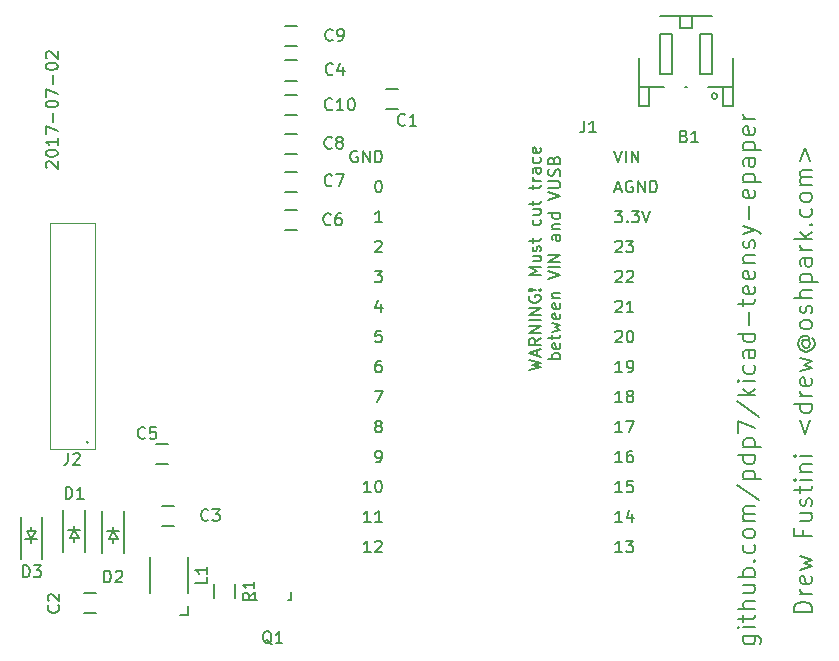
<source format=gto>
G04 #@! TF.FileFunction,Legend,Top*
%FSLAX46Y46*%
G04 Gerber Fmt 4.6, Leading zero omitted, Abs format (unit mm)*
G04 Created by KiCad (PCBNEW 4.0.6) date Wed Aug 30 21:06:07 2017*
%MOMM*%
%LPD*%
G01*
G04 APERTURE LIST*
%ADD10C,0.100000*%
%ADD11C,0.152400*%
%ADD12C,0.150000*%
%ADD13C,0.040640*%
G04 APERTURE END LIST*
D10*
D11*
X117437539Y-63480635D02*
X118453539Y-63238730D01*
X117727825Y-63045207D01*
X118453539Y-62851683D01*
X117437539Y-62609778D01*
X118163253Y-62271111D02*
X118163253Y-61787302D01*
X118453539Y-62367873D02*
X117437539Y-62029206D01*
X118453539Y-61690540D01*
X118453539Y-60771302D02*
X117969730Y-61109968D01*
X118453539Y-61351873D02*
X117437539Y-61351873D01*
X117437539Y-60964826D01*
X117485920Y-60868064D01*
X117534301Y-60819683D01*
X117631063Y-60771302D01*
X117776206Y-60771302D01*
X117872968Y-60819683D01*
X117921349Y-60868064D01*
X117969730Y-60964826D01*
X117969730Y-61351873D01*
X118453539Y-60335873D02*
X117437539Y-60335873D01*
X118453539Y-59755302D01*
X117437539Y-59755302D01*
X118453539Y-59271492D02*
X117437539Y-59271492D01*
X118453539Y-58787682D02*
X117437539Y-58787682D01*
X118453539Y-58207111D01*
X117437539Y-58207111D01*
X117485920Y-57191111D02*
X117437539Y-57287873D01*
X117437539Y-57433016D01*
X117485920Y-57578158D01*
X117582682Y-57674920D01*
X117679444Y-57723301D01*
X117872968Y-57771682D01*
X118018110Y-57771682D01*
X118211634Y-57723301D01*
X118308396Y-57674920D01*
X118405158Y-57578158D01*
X118453539Y-57433016D01*
X118453539Y-57336254D01*
X118405158Y-57191111D01*
X118356777Y-57142730D01*
X118018110Y-57142730D01*
X118018110Y-57336254D01*
X118356777Y-56707301D02*
X118405158Y-56658920D01*
X118453539Y-56707301D01*
X118405158Y-56755682D01*
X118356777Y-56707301D01*
X118453539Y-56707301D01*
X118066491Y-56707301D02*
X117485920Y-56755682D01*
X117437539Y-56707301D01*
X117485920Y-56658920D01*
X118066491Y-56707301D01*
X117437539Y-56707301D01*
X118453539Y-55449396D02*
X117437539Y-55449396D01*
X118163253Y-55110730D01*
X117437539Y-54772063D01*
X118453539Y-54772063D01*
X117776206Y-53852825D02*
X118453539Y-53852825D01*
X117776206Y-54288253D02*
X118308396Y-54288253D01*
X118405158Y-54239872D01*
X118453539Y-54143110D01*
X118453539Y-53997968D01*
X118405158Y-53901206D01*
X118356777Y-53852825D01*
X118405158Y-53417396D02*
X118453539Y-53320634D01*
X118453539Y-53127110D01*
X118405158Y-53030349D01*
X118308396Y-52981968D01*
X118260015Y-52981968D01*
X118163253Y-53030349D01*
X118114872Y-53127110D01*
X118114872Y-53272253D01*
X118066491Y-53369015D01*
X117969730Y-53417396D01*
X117921349Y-53417396D01*
X117824587Y-53369015D01*
X117776206Y-53272253D01*
X117776206Y-53127110D01*
X117824587Y-53030349D01*
X117776206Y-52691682D02*
X117776206Y-52304634D01*
X117437539Y-52546539D02*
X118308396Y-52546539D01*
X118405158Y-52498158D01*
X118453539Y-52401396D01*
X118453539Y-52304634D01*
X118405158Y-50756445D02*
X118453539Y-50853207D01*
X118453539Y-51046730D01*
X118405158Y-51143492D01*
X118356777Y-51191873D01*
X118260015Y-51240254D01*
X117969730Y-51240254D01*
X117872968Y-51191873D01*
X117824587Y-51143492D01*
X117776206Y-51046730D01*
X117776206Y-50853207D01*
X117824587Y-50756445D01*
X117776206Y-49885588D02*
X118453539Y-49885588D01*
X117776206Y-50321016D02*
X118308396Y-50321016D01*
X118405158Y-50272635D01*
X118453539Y-50175873D01*
X118453539Y-50030731D01*
X118405158Y-49933969D01*
X118356777Y-49885588D01*
X117776206Y-49546921D02*
X117776206Y-49159873D01*
X117437539Y-49401778D02*
X118308396Y-49401778D01*
X118405158Y-49353397D01*
X118453539Y-49256635D01*
X118453539Y-49159873D01*
X117776206Y-48192255D02*
X117776206Y-47805207D01*
X117437539Y-48047112D02*
X118308396Y-48047112D01*
X118405158Y-47998731D01*
X118453539Y-47901969D01*
X118453539Y-47805207D01*
X118453539Y-47466541D02*
X117776206Y-47466541D01*
X117969730Y-47466541D02*
X117872968Y-47418160D01*
X117824587Y-47369779D01*
X117776206Y-47273017D01*
X117776206Y-47176256D01*
X118453539Y-46402161D02*
X117921349Y-46402161D01*
X117824587Y-46450542D01*
X117776206Y-46547304D01*
X117776206Y-46740827D01*
X117824587Y-46837589D01*
X118405158Y-46402161D02*
X118453539Y-46498923D01*
X118453539Y-46740827D01*
X118405158Y-46837589D01*
X118308396Y-46885970D01*
X118211634Y-46885970D01*
X118114872Y-46837589D01*
X118066491Y-46740827D01*
X118066491Y-46498923D01*
X118018110Y-46402161D01*
X118405158Y-45482923D02*
X118453539Y-45579685D01*
X118453539Y-45773208D01*
X118405158Y-45869970D01*
X118356777Y-45918351D01*
X118260015Y-45966732D01*
X117969730Y-45966732D01*
X117872968Y-45918351D01*
X117824587Y-45869970D01*
X117776206Y-45773208D01*
X117776206Y-45579685D01*
X117824587Y-45482923D01*
X118405158Y-44660447D02*
X118453539Y-44757209D01*
X118453539Y-44950732D01*
X118405158Y-45047494D01*
X118308396Y-45095875D01*
X117921349Y-45095875D01*
X117824587Y-45047494D01*
X117776206Y-44950732D01*
X117776206Y-44757209D01*
X117824587Y-44660447D01*
X117921349Y-44612066D01*
X118018110Y-44612066D01*
X118114872Y-45095875D01*
X120129939Y-62537206D02*
X119113939Y-62537206D01*
X119500987Y-62537206D02*
X119452606Y-62440444D01*
X119452606Y-62246921D01*
X119500987Y-62150159D01*
X119549368Y-62101778D01*
X119646130Y-62053397D01*
X119936415Y-62053397D01*
X120033177Y-62101778D01*
X120081558Y-62150159D01*
X120129939Y-62246921D01*
X120129939Y-62440444D01*
X120081558Y-62537206D01*
X120081558Y-61230921D02*
X120129939Y-61327683D01*
X120129939Y-61521206D01*
X120081558Y-61617968D01*
X119984796Y-61666349D01*
X119597749Y-61666349D01*
X119500987Y-61617968D01*
X119452606Y-61521206D01*
X119452606Y-61327683D01*
X119500987Y-61230921D01*
X119597749Y-61182540D01*
X119694510Y-61182540D01*
X119791272Y-61666349D01*
X119452606Y-60892254D02*
X119452606Y-60505206D01*
X119113939Y-60747111D02*
X119984796Y-60747111D01*
X120081558Y-60698730D01*
X120129939Y-60601968D01*
X120129939Y-60505206D01*
X119452606Y-60263302D02*
X120129939Y-60069778D01*
X119646130Y-59876255D01*
X120129939Y-59682731D01*
X119452606Y-59489207D01*
X120081558Y-58715112D02*
X120129939Y-58811874D01*
X120129939Y-59005397D01*
X120081558Y-59102159D01*
X119984796Y-59150540D01*
X119597749Y-59150540D01*
X119500987Y-59102159D01*
X119452606Y-59005397D01*
X119452606Y-58811874D01*
X119500987Y-58715112D01*
X119597749Y-58666731D01*
X119694510Y-58666731D01*
X119791272Y-59150540D01*
X120081558Y-57844255D02*
X120129939Y-57941017D01*
X120129939Y-58134540D01*
X120081558Y-58231302D01*
X119984796Y-58279683D01*
X119597749Y-58279683D01*
X119500987Y-58231302D01*
X119452606Y-58134540D01*
X119452606Y-57941017D01*
X119500987Y-57844255D01*
X119597749Y-57795874D01*
X119694510Y-57795874D01*
X119791272Y-58279683D01*
X119452606Y-57360445D02*
X120129939Y-57360445D01*
X119549368Y-57360445D02*
X119500987Y-57312064D01*
X119452606Y-57215302D01*
X119452606Y-57070160D01*
X119500987Y-56973398D01*
X119597749Y-56925017D01*
X120129939Y-56925017D01*
X119113939Y-55812255D02*
X120129939Y-55473588D01*
X119113939Y-55134922D01*
X120129939Y-54796255D02*
X119113939Y-54796255D01*
X120129939Y-54312445D02*
X119113939Y-54312445D01*
X120129939Y-53731874D01*
X119113939Y-53731874D01*
X120129939Y-52038541D02*
X119597749Y-52038541D01*
X119500987Y-52086922D01*
X119452606Y-52183684D01*
X119452606Y-52377207D01*
X119500987Y-52473969D01*
X120081558Y-52038541D02*
X120129939Y-52135303D01*
X120129939Y-52377207D01*
X120081558Y-52473969D01*
X119984796Y-52522350D01*
X119888034Y-52522350D01*
X119791272Y-52473969D01*
X119742891Y-52377207D01*
X119742891Y-52135303D01*
X119694510Y-52038541D01*
X119452606Y-51554731D02*
X120129939Y-51554731D01*
X119549368Y-51554731D02*
X119500987Y-51506350D01*
X119452606Y-51409588D01*
X119452606Y-51264446D01*
X119500987Y-51167684D01*
X119597749Y-51119303D01*
X120129939Y-51119303D01*
X120129939Y-50200065D02*
X119113939Y-50200065D01*
X120081558Y-50200065D02*
X120129939Y-50296827D01*
X120129939Y-50490350D01*
X120081558Y-50587112D01*
X120033177Y-50635493D01*
X119936415Y-50683874D01*
X119646130Y-50683874D01*
X119549368Y-50635493D01*
X119500987Y-50587112D01*
X119452606Y-50490350D01*
X119452606Y-50296827D01*
X119500987Y-50200065D01*
X119113939Y-49087303D02*
X120129939Y-48748636D01*
X119113939Y-48409970D01*
X119113939Y-48071303D02*
X119936415Y-48071303D01*
X120033177Y-48022922D01*
X120081558Y-47974541D01*
X120129939Y-47877779D01*
X120129939Y-47684256D01*
X120081558Y-47587494D01*
X120033177Y-47539113D01*
X119936415Y-47490732D01*
X119113939Y-47490732D01*
X120081558Y-47055303D02*
X120129939Y-46910160D01*
X120129939Y-46668256D01*
X120081558Y-46571494D01*
X120033177Y-46523113D01*
X119936415Y-46474732D01*
X119839653Y-46474732D01*
X119742891Y-46523113D01*
X119694510Y-46571494D01*
X119646130Y-46668256D01*
X119597749Y-46861779D01*
X119549368Y-46958541D01*
X119500987Y-47006922D01*
X119404225Y-47055303D01*
X119307463Y-47055303D01*
X119210701Y-47006922D01*
X119162320Y-46958541D01*
X119113939Y-46861779D01*
X119113939Y-46619875D01*
X119162320Y-46474732D01*
X119597749Y-45700637D02*
X119646130Y-45555494D01*
X119694510Y-45507113D01*
X119791272Y-45458732D01*
X119936415Y-45458732D01*
X120033177Y-45507113D01*
X120081558Y-45555494D01*
X120129939Y-45652256D01*
X120129939Y-46039303D01*
X119113939Y-46039303D01*
X119113939Y-45700637D01*
X119162320Y-45603875D01*
X119210701Y-45555494D01*
X119307463Y-45507113D01*
X119404225Y-45507113D01*
X119500987Y-45555494D01*
X119549368Y-45603875D01*
X119597749Y-45700637D01*
X119597749Y-46039303D01*
X135634291Y-85994732D02*
X136848577Y-85994732D01*
X136991434Y-86066161D01*
X137062863Y-86137589D01*
X137134291Y-86280446D01*
X137134291Y-86494732D01*
X137062863Y-86637589D01*
X136562863Y-85994732D02*
X136634291Y-86137589D01*
X136634291Y-86423303D01*
X136562863Y-86566161D01*
X136491434Y-86637589D01*
X136348577Y-86709018D01*
X135920006Y-86709018D01*
X135777149Y-86637589D01*
X135705720Y-86566161D01*
X135634291Y-86423303D01*
X135634291Y-86137589D01*
X135705720Y-85994732D01*
X136634291Y-85280446D02*
X135634291Y-85280446D01*
X135134291Y-85280446D02*
X135205720Y-85351875D01*
X135277149Y-85280446D01*
X135205720Y-85209018D01*
X135134291Y-85280446D01*
X135277149Y-85280446D01*
X135634291Y-84780446D02*
X135634291Y-84209017D01*
X135134291Y-84566160D02*
X136420006Y-84566160D01*
X136562863Y-84494732D01*
X136634291Y-84351874D01*
X136634291Y-84209017D01*
X136634291Y-83709017D02*
X135134291Y-83709017D01*
X136634291Y-83066160D02*
X135848577Y-83066160D01*
X135705720Y-83137589D01*
X135634291Y-83280446D01*
X135634291Y-83494731D01*
X135705720Y-83637589D01*
X135777149Y-83709017D01*
X135634291Y-81709017D02*
X136634291Y-81709017D01*
X135634291Y-82351874D02*
X136420006Y-82351874D01*
X136562863Y-82280446D01*
X136634291Y-82137588D01*
X136634291Y-81923303D01*
X136562863Y-81780446D01*
X136491434Y-81709017D01*
X136634291Y-80994731D02*
X135134291Y-80994731D01*
X135705720Y-80994731D02*
X135634291Y-80851874D01*
X135634291Y-80566160D01*
X135705720Y-80423303D01*
X135777149Y-80351874D01*
X135920006Y-80280445D01*
X136348577Y-80280445D01*
X136491434Y-80351874D01*
X136562863Y-80423303D01*
X136634291Y-80566160D01*
X136634291Y-80851874D01*
X136562863Y-80994731D01*
X136491434Y-79637588D02*
X136562863Y-79566160D01*
X136634291Y-79637588D01*
X136562863Y-79709017D01*
X136491434Y-79637588D01*
X136634291Y-79637588D01*
X136562863Y-78280445D02*
X136634291Y-78423302D01*
X136634291Y-78709016D01*
X136562863Y-78851874D01*
X136491434Y-78923302D01*
X136348577Y-78994731D01*
X135920006Y-78994731D01*
X135777149Y-78923302D01*
X135705720Y-78851874D01*
X135634291Y-78709016D01*
X135634291Y-78423302D01*
X135705720Y-78280445D01*
X136634291Y-77423302D02*
X136562863Y-77566160D01*
X136491434Y-77637588D01*
X136348577Y-77709017D01*
X135920006Y-77709017D01*
X135777149Y-77637588D01*
X135705720Y-77566160D01*
X135634291Y-77423302D01*
X135634291Y-77209017D01*
X135705720Y-77066160D01*
X135777149Y-76994731D01*
X135920006Y-76923302D01*
X136348577Y-76923302D01*
X136491434Y-76994731D01*
X136562863Y-77066160D01*
X136634291Y-77209017D01*
X136634291Y-77423302D01*
X136634291Y-76280445D02*
X135634291Y-76280445D01*
X135777149Y-76280445D02*
X135705720Y-76209017D01*
X135634291Y-76066159D01*
X135634291Y-75851874D01*
X135705720Y-75709017D01*
X135848577Y-75637588D01*
X136634291Y-75637588D01*
X135848577Y-75637588D02*
X135705720Y-75566159D01*
X135634291Y-75423302D01*
X135634291Y-75209017D01*
X135705720Y-75066159D01*
X135848577Y-74994731D01*
X136634291Y-74994731D01*
X135062863Y-73209017D02*
X136991434Y-74494731D01*
X135634291Y-72709016D02*
X137134291Y-72709016D01*
X135705720Y-72709016D02*
X135634291Y-72566159D01*
X135634291Y-72280445D01*
X135705720Y-72137588D01*
X135777149Y-72066159D01*
X135920006Y-71994730D01*
X136348577Y-71994730D01*
X136491434Y-72066159D01*
X136562863Y-72137588D01*
X136634291Y-72280445D01*
X136634291Y-72566159D01*
X136562863Y-72709016D01*
X136634291Y-70709016D02*
X135134291Y-70709016D01*
X136562863Y-70709016D02*
X136634291Y-70851873D01*
X136634291Y-71137587D01*
X136562863Y-71280445D01*
X136491434Y-71351873D01*
X136348577Y-71423302D01*
X135920006Y-71423302D01*
X135777149Y-71351873D01*
X135705720Y-71280445D01*
X135634291Y-71137587D01*
X135634291Y-70851873D01*
X135705720Y-70709016D01*
X135634291Y-69994730D02*
X137134291Y-69994730D01*
X135705720Y-69994730D02*
X135634291Y-69851873D01*
X135634291Y-69566159D01*
X135705720Y-69423302D01*
X135777149Y-69351873D01*
X135920006Y-69280444D01*
X136348577Y-69280444D01*
X136491434Y-69351873D01*
X136562863Y-69423302D01*
X136634291Y-69566159D01*
X136634291Y-69851873D01*
X136562863Y-69994730D01*
X135134291Y-68780444D02*
X135134291Y-67780444D01*
X136634291Y-68423301D01*
X135062863Y-66137588D02*
X136991434Y-67423302D01*
X136634291Y-65637587D02*
X135134291Y-65637587D01*
X136062863Y-65494730D02*
X136634291Y-65066159D01*
X135634291Y-65066159D02*
X136205720Y-65637587D01*
X136634291Y-64423301D02*
X135634291Y-64423301D01*
X135134291Y-64423301D02*
X135205720Y-64494730D01*
X135277149Y-64423301D01*
X135205720Y-64351873D01*
X135134291Y-64423301D01*
X135277149Y-64423301D01*
X136562863Y-63066158D02*
X136634291Y-63209015D01*
X136634291Y-63494729D01*
X136562863Y-63637587D01*
X136491434Y-63709015D01*
X136348577Y-63780444D01*
X135920006Y-63780444D01*
X135777149Y-63709015D01*
X135705720Y-63637587D01*
X135634291Y-63494729D01*
X135634291Y-63209015D01*
X135705720Y-63066158D01*
X136634291Y-61780444D02*
X135848577Y-61780444D01*
X135705720Y-61851873D01*
X135634291Y-61994730D01*
X135634291Y-62280444D01*
X135705720Y-62423301D01*
X136562863Y-61780444D02*
X136634291Y-61923301D01*
X136634291Y-62280444D01*
X136562863Y-62423301D01*
X136420006Y-62494730D01*
X136277149Y-62494730D01*
X136134291Y-62423301D01*
X136062863Y-62280444D01*
X136062863Y-61923301D01*
X135991434Y-61780444D01*
X136634291Y-60423301D02*
X135134291Y-60423301D01*
X136562863Y-60423301D02*
X136634291Y-60566158D01*
X136634291Y-60851872D01*
X136562863Y-60994730D01*
X136491434Y-61066158D01*
X136348577Y-61137587D01*
X135920006Y-61137587D01*
X135777149Y-61066158D01*
X135705720Y-60994730D01*
X135634291Y-60851872D01*
X135634291Y-60566158D01*
X135705720Y-60423301D01*
X136062863Y-59709015D02*
X136062863Y-58566158D01*
X135634291Y-58066158D02*
X135634291Y-57494729D01*
X135134291Y-57851872D02*
X136420006Y-57851872D01*
X136562863Y-57780444D01*
X136634291Y-57637586D01*
X136634291Y-57494729D01*
X136562863Y-56423301D02*
X136634291Y-56566158D01*
X136634291Y-56851872D01*
X136562863Y-56994729D01*
X136420006Y-57066158D01*
X135848577Y-57066158D01*
X135705720Y-56994729D01*
X135634291Y-56851872D01*
X135634291Y-56566158D01*
X135705720Y-56423301D01*
X135848577Y-56351872D01*
X135991434Y-56351872D01*
X136134291Y-57066158D01*
X136562863Y-55137587D02*
X136634291Y-55280444D01*
X136634291Y-55566158D01*
X136562863Y-55709015D01*
X136420006Y-55780444D01*
X135848577Y-55780444D01*
X135705720Y-55709015D01*
X135634291Y-55566158D01*
X135634291Y-55280444D01*
X135705720Y-55137587D01*
X135848577Y-55066158D01*
X135991434Y-55066158D01*
X136134291Y-55780444D01*
X135634291Y-54423301D02*
X136634291Y-54423301D01*
X135777149Y-54423301D02*
X135705720Y-54351873D01*
X135634291Y-54209015D01*
X135634291Y-53994730D01*
X135705720Y-53851873D01*
X135848577Y-53780444D01*
X136634291Y-53780444D01*
X136562863Y-53137587D02*
X136634291Y-52994730D01*
X136634291Y-52709015D01*
X136562863Y-52566158D01*
X136420006Y-52494730D01*
X136348577Y-52494730D01*
X136205720Y-52566158D01*
X136134291Y-52709015D01*
X136134291Y-52923301D01*
X136062863Y-53066158D01*
X135920006Y-53137587D01*
X135848577Y-53137587D01*
X135705720Y-53066158D01*
X135634291Y-52923301D01*
X135634291Y-52709015D01*
X135705720Y-52566158D01*
X135634291Y-51994729D02*
X136634291Y-51637586D01*
X135634291Y-51280444D02*
X136634291Y-51637586D01*
X136991434Y-51780444D01*
X137062863Y-51851872D01*
X137134291Y-51994729D01*
X136062863Y-50709015D02*
X136062863Y-49566158D01*
X136562863Y-48280444D02*
X136634291Y-48423301D01*
X136634291Y-48709015D01*
X136562863Y-48851872D01*
X136420006Y-48923301D01*
X135848577Y-48923301D01*
X135705720Y-48851872D01*
X135634291Y-48709015D01*
X135634291Y-48423301D01*
X135705720Y-48280444D01*
X135848577Y-48209015D01*
X135991434Y-48209015D01*
X136134291Y-48923301D01*
X135634291Y-47566158D02*
X137134291Y-47566158D01*
X135705720Y-47566158D02*
X135634291Y-47423301D01*
X135634291Y-47137587D01*
X135705720Y-46994730D01*
X135777149Y-46923301D01*
X135920006Y-46851872D01*
X136348577Y-46851872D01*
X136491434Y-46923301D01*
X136562863Y-46994730D01*
X136634291Y-47137587D01*
X136634291Y-47423301D01*
X136562863Y-47566158D01*
X136634291Y-45566158D02*
X135848577Y-45566158D01*
X135705720Y-45637587D01*
X135634291Y-45780444D01*
X135634291Y-46066158D01*
X135705720Y-46209015D01*
X136562863Y-45566158D02*
X136634291Y-45709015D01*
X136634291Y-46066158D01*
X136562863Y-46209015D01*
X136420006Y-46280444D01*
X136277149Y-46280444D01*
X136134291Y-46209015D01*
X136062863Y-46066158D01*
X136062863Y-45709015D01*
X135991434Y-45566158D01*
X135634291Y-44851872D02*
X137134291Y-44851872D01*
X135705720Y-44851872D02*
X135634291Y-44709015D01*
X135634291Y-44423301D01*
X135705720Y-44280444D01*
X135777149Y-44209015D01*
X135920006Y-44137586D01*
X136348577Y-44137586D01*
X136491434Y-44209015D01*
X136562863Y-44280444D01*
X136634291Y-44423301D01*
X136634291Y-44709015D01*
X136562863Y-44851872D01*
X136562863Y-42923301D02*
X136634291Y-43066158D01*
X136634291Y-43351872D01*
X136562863Y-43494729D01*
X136420006Y-43566158D01*
X135848577Y-43566158D01*
X135705720Y-43494729D01*
X135634291Y-43351872D01*
X135634291Y-43066158D01*
X135705720Y-42923301D01*
X135848577Y-42851872D01*
X135991434Y-42851872D01*
X136134291Y-43566158D01*
X136634291Y-42209015D02*
X135634291Y-42209015D01*
X135920006Y-42209015D02*
X135777149Y-42137587D01*
X135705720Y-42066158D01*
X135634291Y-41923301D01*
X135634291Y-41780444D01*
X141439091Y-83959017D02*
X139939091Y-83959017D01*
X139939091Y-83601874D01*
X140010520Y-83387589D01*
X140153377Y-83244731D01*
X140296234Y-83173303D01*
X140581949Y-83101874D01*
X140796234Y-83101874D01*
X141081949Y-83173303D01*
X141224806Y-83244731D01*
X141367663Y-83387589D01*
X141439091Y-83601874D01*
X141439091Y-83959017D01*
X141439091Y-82459017D02*
X140439091Y-82459017D01*
X140724806Y-82459017D02*
X140581949Y-82387589D01*
X140510520Y-82316160D01*
X140439091Y-82173303D01*
X140439091Y-82030446D01*
X141367663Y-80959018D02*
X141439091Y-81101875D01*
X141439091Y-81387589D01*
X141367663Y-81530446D01*
X141224806Y-81601875D01*
X140653377Y-81601875D01*
X140510520Y-81530446D01*
X140439091Y-81387589D01*
X140439091Y-81101875D01*
X140510520Y-80959018D01*
X140653377Y-80887589D01*
X140796234Y-80887589D01*
X140939091Y-81601875D01*
X140439091Y-80387589D02*
X141439091Y-80101875D01*
X140724806Y-79816161D01*
X141439091Y-79530446D01*
X140439091Y-79244732D01*
X140653377Y-77030446D02*
X140653377Y-77530446D01*
X141439091Y-77530446D02*
X139939091Y-77530446D01*
X139939091Y-76816160D01*
X140439091Y-75601875D02*
X141439091Y-75601875D01*
X140439091Y-76244732D02*
X141224806Y-76244732D01*
X141367663Y-76173304D01*
X141439091Y-76030446D01*
X141439091Y-75816161D01*
X141367663Y-75673304D01*
X141296234Y-75601875D01*
X141367663Y-74959018D02*
X141439091Y-74816161D01*
X141439091Y-74530446D01*
X141367663Y-74387589D01*
X141224806Y-74316161D01*
X141153377Y-74316161D01*
X141010520Y-74387589D01*
X140939091Y-74530446D01*
X140939091Y-74744732D01*
X140867663Y-74887589D01*
X140724806Y-74959018D01*
X140653377Y-74959018D01*
X140510520Y-74887589D01*
X140439091Y-74744732D01*
X140439091Y-74530446D01*
X140510520Y-74387589D01*
X140439091Y-73887589D02*
X140439091Y-73316160D01*
X139939091Y-73673303D02*
X141224806Y-73673303D01*
X141367663Y-73601875D01*
X141439091Y-73459017D01*
X141439091Y-73316160D01*
X141439091Y-72816160D02*
X140439091Y-72816160D01*
X139939091Y-72816160D02*
X140010520Y-72887589D01*
X140081949Y-72816160D01*
X140010520Y-72744732D01*
X139939091Y-72816160D01*
X140081949Y-72816160D01*
X140439091Y-72101874D02*
X141439091Y-72101874D01*
X140581949Y-72101874D02*
X140510520Y-72030446D01*
X140439091Y-71887588D01*
X140439091Y-71673303D01*
X140510520Y-71530446D01*
X140653377Y-71459017D01*
X141439091Y-71459017D01*
X141439091Y-70744731D02*
X140439091Y-70744731D01*
X139939091Y-70744731D02*
X140010520Y-70816160D01*
X140081949Y-70744731D01*
X140010520Y-70673303D01*
X139939091Y-70744731D01*
X140081949Y-70744731D01*
X140439091Y-67744731D02*
X140867663Y-68887588D01*
X141296234Y-67744731D01*
X141439091Y-66387588D02*
X139939091Y-66387588D01*
X141367663Y-66387588D02*
X141439091Y-66530445D01*
X141439091Y-66816159D01*
X141367663Y-66959017D01*
X141296234Y-67030445D01*
X141153377Y-67101874D01*
X140724806Y-67101874D01*
X140581949Y-67030445D01*
X140510520Y-66959017D01*
X140439091Y-66816159D01*
X140439091Y-66530445D01*
X140510520Y-66387588D01*
X141439091Y-65673302D02*
X140439091Y-65673302D01*
X140724806Y-65673302D02*
X140581949Y-65601874D01*
X140510520Y-65530445D01*
X140439091Y-65387588D01*
X140439091Y-65244731D01*
X141367663Y-64173303D02*
X141439091Y-64316160D01*
X141439091Y-64601874D01*
X141367663Y-64744731D01*
X141224806Y-64816160D01*
X140653377Y-64816160D01*
X140510520Y-64744731D01*
X140439091Y-64601874D01*
X140439091Y-64316160D01*
X140510520Y-64173303D01*
X140653377Y-64101874D01*
X140796234Y-64101874D01*
X140939091Y-64816160D01*
X140439091Y-63601874D02*
X141439091Y-63316160D01*
X140724806Y-63030446D01*
X141439091Y-62744731D01*
X140439091Y-62459017D01*
X140724806Y-60959017D02*
X140653377Y-61030445D01*
X140581949Y-61173302D01*
X140581949Y-61316160D01*
X140653377Y-61459017D01*
X140724806Y-61530445D01*
X140867663Y-61601874D01*
X141010520Y-61601874D01*
X141153377Y-61530445D01*
X141224806Y-61459017D01*
X141296234Y-61316160D01*
X141296234Y-61173302D01*
X141224806Y-61030445D01*
X141153377Y-60959017D01*
X140581949Y-60959017D02*
X141153377Y-60959017D01*
X141224806Y-60887588D01*
X141224806Y-60816160D01*
X141153377Y-60673302D01*
X141010520Y-60601874D01*
X140653377Y-60601874D01*
X140439091Y-60744731D01*
X140296234Y-60959017D01*
X140224806Y-61244731D01*
X140296234Y-61530445D01*
X140439091Y-61744731D01*
X140653377Y-61887588D01*
X140939091Y-61959017D01*
X141224806Y-61887588D01*
X141439091Y-61744731D01*
X141581949Y-61530445D01*
X141653377Y-61244731D01*
X141581949Y-60959017D01*
X141439091Y-60744731D01*
X141439091Y-59744731D02*
X141367663Y-59887589D01*
X141296234Y-59959017D01*
X141153377Y-60030446D01*
X140724806Y-60030446D01*
X140581949Y-59959017D01*
X140510520Y-59887589D01*
X140439091Y-59744731D01*
X140439091Y-59530446D01*
X140510520Y-59387589D01*
X140581949Y-59316160D01*
X140724806Y-59244731D01*
X141153377Y-59244731D01*
X141296234Y-59316160D01*
X141367663Y-59387589D01*
X141439091Y-59530446D01*
X141439091Y-59744731D01*
X141367663Y-58673303D02*
X141439091Y-58530446D01*
X141439091Y-58244731D01*
X141367663Y-58101874D01*
X141224806Y-58030446D01*
X141153377Y-58030446D01*
X141010520Y-58101874D01*
X140939091Y-58244731D01*
X140939091Y-58459017D01*
X140867663Y-58601874D01*
X140724806Y-58673303D01*
X140653377Y-58673303D01*
X140510520Y-58601874D01*
X140439091Y-58459017D01*
X140439091Y-58244731D01*
X140510520Y-58101874D01*
X141439091Y-57387588D02*
X139939091Y-57387588D01*
X141439091Y-56744731D02*
X140653377Y-56744731D01*
X140510520Y-56816160D01*
X140439091Y-56959017D01*
X140439091Y-57173302D01*
X140510520Y-57316160D01*
X140581949Y-57387588D01*
X140439091Y-56030445D02*
X141939091Y-56030445D01*
X140510520Y-56030445D02*
X140439091Y-55887588D01*
X140439091Y-55601874D01*
X140510520Y-55459017D01*
X140581949Y-55387588D01*
X140724806Y-55316159D01*
X141153377Y-55316159D01*
X141296234Y-55387588D01*
X141367663Y-55459017D01*
X141439091Y-55601874D01*
X141439091Y-55887588D01*
X141367663Y-56030445D01*
X141439091Y-54030445D02*
X140653377Y-54030445D01*
X140510520Y-54101874D01*
X140439091Y-54244731D01*
X140439091Y-54530445D01*
X140510520Y-54673302D01*
X141367663Y-54030445D02*
X141439091Y-54173302D01*
X141439091Y-54530445D01*
X141367663Y-54673302D01*
X141224806Y-54744731D01*
X141081949Y-54744731D01*
X140939091Y-54673302D01*
X140867663Y-54530445D01*
X140867663Y-54173302D01*
X140796234Y-54030445D01*
X141439091Y-53316159D02*
X140439091Y-53316159D01*
X140724806Y-53316159D02*
X140581949Y-53244731D01*
X140510520Y-53173302D01*
X140439091Y-53030445D01*
X140439091Y-52887588D01*
X141439091Y-52387588D02*
X139939091Y-52387588D01*
X140867663Y-52244731D02*
X141439091Y-51816160D01*
X140439091Y-51816160D02*
X141010520Y-52387588D01*
X141296234Y-51173302D02*
X141367663Y-51101874D01*
X141439091Y-51173302D01*
X141367663Y-51244731D01*
X141296234Y-51173302D01*
X141439091Y-51173302D01*
X141367663Y-49816159D02*
X141439091Y-49959016D01*
X141439091Y-50244730D01*
X141367663Y-50387588D01*
X141296234Y-50459016D01*
X141153377Y-50530445D01*
X140724806Y-50530445D01*
X140581949Y-50459016D01*
X140510520Y-50387588D01*
X140439091Y-50244730D01*
X140439091Y-49959016D01*
X140510520Y-49816159D01*
X141439091Y-48959016D02*
X141367663Y-49101874D01*
X141296234Y-49173302D01*
X141153377Y-49244731D01*
X140724806Y-49244731D01*
X140581949Y-49173302D01*
X140510520Y-49101874D01*
X140439091Y-48959016D01*
X140439091Y-48744731D01*
X140510520Y-48601874D01*
X140581949Y-48530445D01*
X140724806Y-48459016D01*
X141153377Y-48459016D01*
X141296234Y-48530445D01*
X141367663Y-48601874D01*
X141439091Y-48744731D01*
X141439091Y-48959016D01*
X141439091Y-47816159D02*
X140439091Y-47816159D01*
X140581949Y-47816159D02*
X140510520Y-47744731D01*
X140439091Y-47601873D01*
X140439091Y-47387588D01*
X140510520Y-47244731D01*
X140653377Y-47173302D01*
X141439091Y-47173302D01*
X140653377Y-47173302D02*
X140510520Y-47101873D01*
X140439091Y-46959016D01*
X140439091Y-46744731D01*
X140510520Y-46601873D01*
X140653377Y-46530445D01*
X141439091Y-46530445D01*
X140439091Y-45816159D02*
X140867663Y-44673302D01*
X141296234Y-45816159D01*
X76658501Y-46381017D02*
X76610120Y-46332636D01*
X76561739Y-46235874D01*
X76561739Y-45993970D01*
X76610120Y-45897208D01*
X76658501Y-45848827D01*
X76755263Y-45800446D01*
X76852025Y-45800446D01*
X76997168Y-45848827D01*
X77577739Y-46429398D01*
X77577739Y-45800446D01*
X76561739Y-45171493D02*
X76561739Y-45074732D01*
X76610120Y-44977970D01*
X76658501Y-44929589D01*
X76755263Y-44881208D01*
X76948787Y-44832827D01*
X77190691Y-44832827D01*
X77384215Y-44881208D01*
X77480977Y-44929589D01*
X77529358Y-44977970D01*
X77577739Y-45074732D01*
X77577739Y-45171493D01*
X77529358Y-45268255D01*
X77480977Y-45316636D01*
X77384215Y-45365017D01*
X77190691Y-45413398D01*
X76948787Y-45413398D01*
X76755263Y-45365017D01*
X76658501Y-45316636D01*
X76610120Y-45268255D01*
X76561739Y-45171493D01*
X77577739Y-43865208D02*
X77577739Y-44445779D01*
X77577739Y-44155493D02*
X76561739Y-44155493D01*
X76706882Y-44252255D01*
X76803644Y-44349017D01*
X76852025Y-44445779D01*
X76561739Y-43526541D02*
X76561739Y-42849208D01*
X77577739Y-43284636D01*
X77190691Y-42462160D02*
X77190691Y-41688065D01*
X76561739Y-41010731D02*
X76561739Y-40913970D01*
X76610120Y-40817208D01*
X76658501Y-40768827D01*
X76755263Y-40720446D01*
X76948787Y-40672065D01*
X77190691Y-40672065D01*
X77384215Y-40720446D01*
X77480977Y-40768827D01*
X77529358Y-40817208D01*
X77577739Y-40913970D01*
X77577739Y-41010731D01*
X77529358Y-41107493D01*
X77480977Y-41155874D01*
X77384215Y-41204255D01*
X77190691Y-41252636D01*
X76948787Y-41252636D01*
X76755263Y-41204255D01*
X76658501Y-41155874D01*
X76610120Y-41107493D01*
X76561739Y-41010731D01*
X76561739Y-40333398D02*
X76561739Y-39656065D01*
X77577739Y-40091493D01*
X77190691Y-39269017D02*
X77190691Y-38494922D01*
X76561739Y-37817588D02*
X76561739Y-37720827D01*
X76610120Y-37624065D01*
X76658501Y-37575684D01*
X76755263Y-37527303D01*
X76948787Y-37478922D01*
X77190691Y-37478922D01*
X77384215Y-37527303D01*
X77480977Y-37575684D01*
X77529358Y-37624065D01*
X77577739Y-37720827D01*
X77577739Y-37817588D01*
X77529358Y-37914350D01*
X77480977Y-37962731D01*
X77384215Y-38011112D01*
X77190691Y-38059493D01*
X76948787Y-38059493D01*
X76755263Y-38011112D01*
X76658501Y-37962731D01*
X76610120Y-37914350D01*
X76561739Y-37817588D01*
X76658501Y-37091874D02*
X76610120Y-37043493D01*
X76561739Y-36946731D01*
X76561739Y-36704827D01*
X76610120Y-36608065D01*
X76658501Y-36559684D01*
X76755263Y-36511303D01*
X76852025Y-36511303D01*
X76997168Y-36559684D01*
X77577739Y-37140255D01*
X77577739Y-36511303D01*
D12*
X133420120Y-40291160D02*
G75*
G03X133420120Y-40291160I-250000J0D01*
G01*
X131270120Y-33541160D02*
X131270120Y-34541160D01*
X131270120Y-34541160D02*
X130270120Y-34541160D01*
X130270120Y-34541160D02*
X130270120Y-33541160D01*
X132670120Y-39541160D02*
X133920120Y-39541160D01*
X133920120Y-39541160D02*
X133920120Y-41141160D01*
X133920120Y-41141160D02*
X134720120Y-41141160D01*
X134720120Y-41141160D02*
X134720120Y-37041160D01*
X133920120Y-39541160D02*
X134720120Y-39541160D01*
X128870120Y-39541160D02*
X127620120Y-39541160D01*
X127620120Y-39541160D02*
X127620120Y-41141160D01*
X127620120Y-41141160D02*
X126820120Y-41141160D01*
X126820120Y-41141160D02*
X126820120Y-37041160D01*
X127620120Y-39541160D02*
X126820120Y-39541160D01*
X132970120Y-33541160D02*
X128570120Y-33541160D01*
X132970120Y-38441160D02*
X132970120Y-35041160D01*
X132970120Y-35041160D02*
X131970120Y-35041160D01*
X131970120Y-35041160D02*
X131970120Y-38441160D01*
X131970120Y-38441160D02*
X132970120Y-38441160D01*
X128570120Y-38441160D02*
X128570120Y-35041160D01*
X128570120Y-35041160D02*
X129570120Y-35041160D01*
X129570120Y-35041160D02*
X129570120Y-38441160D01*
X129570120Y-38441160D02*
X128570120Y-38441160D01*
X130870120Y-39541160D02*
X130670120Y-39541160D01*
D13*
X76881840Y-51004800D02*
X80731840Y-51004800D01*
D10*
X80193643Y-69604800D02*
G75*
G03X80193643Y-69604800I-111803J0D01*
G01*
D13*
X76881840Y-51004800D02*
X76881840Y-70154800D01*
X80731840Y-70154800D02*
X80731840Y-51004800D01*
X76881840Y-70154800D02*
X80731840Y-70154800D01*
D12*
X85918120Y-71446160D02*
X86918120Y-71446160D01*
X86918120Y-69746160D02*
X85918120Y-69746160D01*
X106374120Y-39708160D02*
X105374120Y-39708160D01*
X105374120Y-41408160D02*
X106374120Y-41408160D01*
X80817340Y-82383260D02*
X79817340Y-82383260D01*
X79817340Y-84083260D02*
X80817340Y-84083260D01*
X86438120Y-76656160D02*
X87438120Y-76656160D01*
X87438120Y-74956160D02*
X86438120Y-74956160D01*
X96798120Y-38976160D02*
X97798120Y-38976160D01*
X97798120Y-37276160D02*
X96798120Y-37276160D01*
X96798120Y-51626160D02*
X97798120Y-51626160D01*
X97798120Y-49926160D02*
X96798120Y-49926160D01*
X96798120Y-48426160D02*
X97798120Y-48426160D01*
X97798120Y-46726160D02*
X96798120Y-46726160D01*
X96798120Y-45176160D02*
X97798120Y-45176160D01*
X97798120Y-43476160D02*
X96798120Y-43476160D01*
X96798120Y-36076160D02*
X97798120Y-36076160D01*
X97798120Y-34376160D02*
X96798120Y-34376160D01*
X96798120Y-41926160D02*
X97798120Y-41926160D01*
X97798120Y-40226160D02*
X96798120Y-40226160D01*
X78958440Y-77683360D02*
X78958440Y-78064360D01*
X78958440Y-76667360D02*
X78958440Y-77048360D01*
X78958440Y-77048360D02*
X79339440Y-77683360D01*
X79339440Y-77683360D02*
X78577440Y-77683360D01*
X78577440Y-77683360D02*
X78958440Y-77048360D01*
X79466440Y-77048360D02*
X78450440Y-77048360D01*
X78058440Y-75365860D02*
X78058440Y-78905860D01*
X79858440Y-75365860D02*
X79858440Y-78905860D01*
X82255360Y-77767180D02*
X82255360Y-78148180D01*
X82255360Y-76751180D02*
X82255360Y-77132180D01*
X82255360Y-77132180D02*
X82636360Y-77767180D01*
X82636360Y-77767180D02*
X81874360Y-77767180D01*
X81874360Y-77767180D02*
X82255360Y-77132180D01*
X82763360Y-77132180D02*
X81747360Y-77132180D01*
X81355360Y-75449680D02*
X81355360Y-78989680D01*
X83155360Y-75449680D02*
X83155360Y-78989680D01*
X75354180Y-77132180D02*
X75354180Y-76751180D01*
X75354180Y-78148180D02*
X75354180Y-77767180D01*
X75354180Y-77767180D02*
X74973180Y-77132180D01*
X74973180Y-77132180D02*
X75735180Y-77132180D01*
X75735180Y-77132180D02*
X75354180Y-77767180D01*
X74846180Y-77767180D02*
X75862180Y-77767180D01*
X76254180Y-79449680D02*
X76254180Y-75909680D01*
X74454180Y-79449680D02*
X74454180Y-75909680D01*
X88608120Y-84186160D02*
X87958120Y-84186160D01*
X88608120Y-83436160D02*
X88608120Y-84186160D01*
X88608120Y-79336160D02*
X88608120Y-82336160D01*
X85408120Y-82336160D02*
X85408120Y-79336160D01*
X97287940Y-82285360D02*
X97287940Y-82986400D01*
X97287940Y-82986400D02*
X97039020Y-82986400D01*
X94488960Y-82986400D02*
X94288300Y-82986400D01*
X94288300Y-82986400D02*
X94288300Y-82285360D01*
X90793120Y-82786160D02*
X90793120Y-81586160D01*
X92543120Y-81586160D02*
X92543120Y-82786160D01*
X130615359Y-43694731D02*
X130758216Y-43742350D01*
X130805835Y-43789970D01*
X130853454Y-43885208D01*
X130853454Y-44028065D01*
X130805835Y-44123303D01*
X130758216Y-44170922D01*
X130662978Y-44218541D01*
X130282025Y-44218541D01*
X130282025Y-43218541D01*
X130615359Y-43218541D01*
X130710597Y-43266160D01*
X130758216Y-43313779D01*
X130805835Y-43409017D01*
X130805835Y-43504255D01*
X130758216Y-43599493D01*
X130710597Y-43647112D01*
X130615359Y-43694731D01*
X130282025Y-43694731D01*
X131805835Y-44218541D02*
X131234406Y-44218541D01*
X131520120Y-44218541D02*
X131520120Y-43218541D01*
X131424882Y-43361398D01*
X131329644Y-43456636D01*
X131234406Y-43504255D01*
X78448507Y-70507181D02*
X78448507Y-71221467D01*
X78400887Y-71364324D01*
X78305649Y-71459562D01*
X78162792Y-71507181D01*
X78067554Y-71507181D01*
X78877078Y-70602419D02*
X78924697Y-70554800D01*
X79019935Y-70507181D01*
X79258031Y-70507181D01*
X79353269Y-70554800D01*
X79400888Y-70602419D01*
X79448507Y-70697657D01*
X79448507Y-70792895D01*
X79400888Y-70935752D01*
X78829459Y-71507181D01*
X79448507Y-71507181D01*
X84973454Y-69227303D02*
X84925835Y-69274922D01*
X84782978Y-69322541D01*
X84687740Y-69322541D01*
X84544882Y-69274922D01*
X84449644Y-69179684D01*
X84402025Y-69084446D01*
X84354406Y-68893970D01*
X84354406Y-68751112D01*
X84402025Y-68560636D01*
X84449644Y-68465398D01*
X84544882Y-68370160D01*
X84687740Y-68322541D01*
X84782978Y-68322541D01*
X84925835Y-68370160D01*
X84973454Y-68417779D01*
X85878216Y-68322541D02*
X85402025Y-68322541D01*
X85354406Y-68798731D01*
X85402025Y-68751112D01*
X85497263Y-68703493D01*
X85735359Y-68703493D01*
X85830597Y-68751112D01*
X85878216Y-68798731D01*
X85925835Y-68893970D01*
X85925835Y-69132065D01*
X85878216Y-69227303D01*
X85830597Y-69274922D01*
X85735359Y-69322541D01*
X85497263Y-69322541D01*
X85402025Y-69274922D01*
X85354406Y-69227303D01*
X106981454Y-42695303D02*
X106933835Y-42742922D01*
X106790978Y-42790541D01*
X106695740Y-42790541D01*
X106552882Y-42742922D01*
X106457644Y-42647684D01*
X106410025Y-42552446D01*
X106362406Y-42361970D01*
X106362406Y-42219112D01*
X106410025Y-42028636D01*
X106457644Y-41933398D01*
X106552882Y-41838160D01*
X106695740Y-41790541D01*
X106790978Y-41790541D01*
X106933835Y-41838160D01*
X106981454Y-41885779D01*
X107933835Y-42790541D02*
X107362406Y-42790541D01*
X107648120Y-42790541D02*
X107648120Y-41790541D01*
X107552882Y-41933398D01*
X107457644Y-42028636D01*
X107362406Y-42076255D01*
X77626483Y-83399926D02*
X77674102Y-83447545D01*
X77721721Y-83590402D01*
X77721721Y-83685640D01*
X77674102Y-83828498D01*
X77578864Y-83923736D01*
X77483626Y-83971355D01*
X77293150Y-84018974D01*
X77150292Y-84018974D01*
X76959816Y-83971355D01*
X76864578Y-83923736D01*
X76769340Y-83828498D01*
X76721721Y-83685640D01*
X76721721Y-83590402D01*
X76769340Y-83447545D01*
X76816959Y-83399926D01*
X76816959Y-83018974D02*
X76769340Y-82971355D01*
X76721721Y-82876117D01*
X76721721Y-82638021D01*
X76769340Y-82542783D01*
X76816959Y-82495164D01*
X76912197Y-82447545D01*
X77007435Y-82447545D01*
X77150292Y-82495164D01*
X77721721Y-83066593D01*
X77721721Y-82447545D01*
X90327454Y-76163303D02*
X90279835Y-76210922D01*
X90136978Y-76258541D01*
X90041740Y-76258541D01*
X89898882Y-76210922D01*
X89803644Y-76115684D01*
X89756025Y-76020446D01*
X89708406Y-75829970D01*
X89708406Y-75687112D01*
X89756025Y-75496636D01*
X89803644Y-75401398D01*
X89898882Y-75306160D01*
X90041740Y-75258541D01*
X90136978Y-75258541D01*
X90279835Y-75306160D01*
X90327454Y-75353779D01*
X90660787Y-75258541D02*
X91279835Y-75258541D01*
X90946501Y-75639493D01*
X91089359Y-75639493D01*
X91184597Y-75687112D01*
X91232216Y-75734731D01*
X91279835Y-75829970D01*
X91279835Y-76068065D01*
X91232216Y-76163303D01*
X91184597Y-76210922D01*
X91089359Y-76258541D01*
X90803644Y-76258541D01*
X90708406Y-76210922D01*
X90660787Y-76163303D01*
X100868454Y-38420303D02*
X100820835Y-38467922D01*
X100677978Y-38515541D01*
X100582740Y-38515541D01*
X100439882Y-38467922D01*
X100344644Y-38372684D01*
X100297025Y-38277446D01*
X100249406Y-38086970D01*
X100249406Y-37944112D01*
X100297025Y-37753636D01*
X100344644Y-37658398D01*
X100439882Y-37563160D01*
X100582740Y-37515541D01*
X100677978Y-37515541D01*
X100820835Y-37563160D01*
X100868454Y-37610779D01*
X101725597Y-37848874D02*
X101725597Y-38515541D01*
X101487501Y-37467922D02*
X101249406Y-38182208D01*
X101868454Y-38182208D01*
X100687454Y-51133303D02*
X100639835Y-51180922D01*
X100496978Y-51228541D01*
X100401740Y-51228541D01*
X100258882Y-51180922D01*
X100163644Y-51085684D01*
X100116025Y-50990446D01*
X100068406Y-50799970D01*
X100068406Y-50657112D01*
X100116025Y-50466636D01*
X100163644Y-50371398D01*
X100258882Y-50276160D01*
X100401740Y-50228541D01*
X100496978Y-50228541D01*
X100639835Y-50276160D01*
X100687454Y-50323779D01*
X101544597Y-50228541D02*
X101354120Y-50228541D01*
X101258882Y-50276160D01*
X101211263Y-50323779D01*
X101116025Y-50466636D01*
X101068406Y-50657112D01*
X101068406Y-51038065D01*
X101116025Y-51133303D01*
X101163644Y-51180922D01*
X101258882Y-51228541D01*
X101449359Y-51228541D01*
X101544597Y-51180922D01*
X101592216Y-51133303D01*
X101639835Y-51038065D01*
X101639835Y-50799970D01*
X101592216Y-50704731D01*
X101544597Y-50657112D01*
X101449359Y-50609493D01*
X101258882Y-50609493D01*
X101163644Y-50657112D01*
X101116025Y-50704731D01*
X101068406Y-50799970D01*
X100785454Y-47827303D02*
X100737835Y-47874922D01*
X100594978Y-47922541D01*
X100499740Y-47922541D01*
X100356882Y-47874922D01*
X100261644Y-47779684D01*
X100214025Y-47684446D01*
X100166406Y-47493970D01*
X100166406Y-47351112D01*
X100214025Y-47160636D01*
X100261644Y-47065398D01*
X100356882Y-46970160D01*
X100499740Y-46922541D01*
X100594978Y-46922541D01*
X100737835Y-46970160D01*
X100785454Y-47017779D01*
X101118787Y-46922541D02*
X101785454Y-46922541D01*
X101356882Y-47922541D01*
X100778454Y-44645303D02*
X100730835Y-44692922D01*
X100587978Y-44740541D01*
X100492740Y-44740541D01*
X100349882Y-44692922D01*
X100254644Y-44597684D01*
X100207025Y-44502446D01*
X100159406Y-44311970D01*
X100159406Y-44169112D01*
X100207025Y-43978636D01*
X100254644Y-43883398D01*
X100349882Y-43788160D01*
X100492740Y-43740541D01*
X100587978Y-43740541D01*
X100730835Y-43788160D01*
X100778454Y-43835779D01*
X101349882Y-44169112D02*
X101254644Y-44121493D01*
X101207025Y-44073874D01*
X101159406Y-43978636D01*
X101159406Y-43931017D01*
X101207025Y-43835779D01*
X101254644Y-43788160D01*
X101349882Y-43740541D01*
X101540359Y-43740541D01*
X101635597Y-43788160D01*
X101683216Y-43835779D01*
X101730835Y-43931017D01*
X101730835Y-43978636D01*
X101683216Y-44073874D01*
X101635597Y-44121493D01*
X101540359Y-44169112D01*
X101349882Y-44169112D01*
X101254644Y-44216731D01*
X101207025Y-44264350D01*
X101159406Y-44359589D01*
X101159406Y-44550065D01*
X101207025Y-44645303D01*
X101254644Y-44692922D01*
X101349882Y-44740541D01*
X101540359Y-44740541D01*
X101635597Y-44692922D01*
X101683216Y-44645303D01*
X101730835Y-44550065D01*
X101730835Y-44359589D01*
X101683216Y-44264350D01*
X101635597Y-44216731D01*
X101540359Y-44169112D01*
X100848454Y-35525303D02*
X100800835Y-35572922D01*
X100657978Y-35620541D01*
X100562740Y-35620541D01*
X100419882Y-35572922D01*
X100324644Y-35477684D01*
X100277025Y-35382446D01*
X100229406Y-35191970D01*
X100229406Y-35049112D01*
X100277025Y-34858636D01*
X100324644Y-34763398D01*
X100419882Y-34668160D01*
X100562740Y-34620541D01*
X100657978Y-34620541D01*
X100800835Y-34668160D01*
X100848454Y-34715779D01*
X101324644Y-35620541D02*
X101515120Y-35620541D01*
X101610359Y-35572922D01*
X101657978Y-35525303D01*
X101753216Y-35382446D01*
X101800835Y-35191970D01*
X101800835Y-34811017D01*
X101753216Y-34715779D01*
X101705597Y-34668160D01*
X101610359Y-34620541D01*
X101419882Y-34620541D01*
X101324644Y-34668160D01*
X101277025Y-34715779D01*
X101229406Y-34811017D01*
X101229406Y-35049112D01*
X101277025Y-35144350D01*
X101324644Y-35191970D01*
X101419882Y-35239589D01*
X101610359Y-35239589D01*
X101705597Y-35191970D01*
X101753216Y-35144350D01*
X101800835Y-35049112D01*
X100812263Y-41385303D02*
X100764644Y-41432922D01*
X100621787Y-41480541D01*
X100526549Y-41480541D01*
X100383691Y-41432922D01*
X100288453Y-41337684D01*
X100240834Y-41242446D01*
X100193215Y-41051970D01*
X100193215Y-40909112D01*
X100240834Y-40718636D01*
X100288453Y-40623398D01*
X100383691Y-40528160D01*
X100526549Y-40480541D01*
X100621787Y-40480541D01*
X100764644Y-40528160D01*
X100812263Y-40575779D01*
X101764644Y-41480541D02*
X101193215Y-41480541D01*
X101478929Y-41480541D02*
X101478929Y-40480541D01*
X101383691Y-40623398D01*
X101288453Y-40718636D01*
X101193215Y-40766255D01*
X102383691Y-40480541D02*
X102478930Y-40480541D01*
X102574168Y-40528160D01*
X102621787Y-40575779D01*
X102669406Y-40671017D01*
X102717025Y-40861493D01*
X102717025Y-41099589D01*
X102669406Y-41290065D01*
X102621787Y-41385303D01*
X102574168Y-41432922D01*
X102478930Y-41480541D01*
X102383691Y-41480541D01*
X102288453Y-41432922D01*
X102240834Y-41385303D01*
X102193215Y-41290065D01*
X102145596Y-41099589D01*
X102145596Y-40861493D01*
X102193215Y-40671017D01*
X102240834Y-40575779D01*
X102288453Y-40528160D01*
X102383691Y-40480541D01*
X78250345Y-74380241D02*
X78250345Y-73380241D01*
X78488440Y-73380241D01*
X78631298Y-73427860D01*
X78726536Y-73523098D01*
X78774155Y-73618336D01*
X78821774Y-73808812D01*
X78821774Y-73951670D01*
X78774155Y-74142146D01*
X78726536Y-74237384D01*
X78631298Y-74332622D01*
X78488440Y-74380241D01*
X78250345Y-74380241D01*
X79774155Y-74380241D02*
X79202726Y-74380241D01*
X79488440Y-74380241D02*
X79488440Y-73380241D01*
X79393202Y-73523098D01*
X79297964Y-73618336D01*
X79202726Y-73665955D01*
X81517265Y-81458061D02*
X81517265Y-80458061D01*
X81755360Y-80458061D01*
X81898218Y-80505680D01*
X81993456Y-80600918D01*
X82041075Y-80696156D01*
X82088694Y-80886632D01*
X82088694Y-81029490D01*
X82041075Y-81219966D01*
X81993456Y-81315204D01*
X81898218Y-81410442D01*
X81755360Y-81458061D01*
X81517265Y-81458061D01*
X82469646Y-80553299D02*
X82517265Y-80505680D01*
X82612503Y-80458061D01*
X82850599Y-80458061D01*
X82945837Y-80505680D01*
X82993456Y-80553299D01*
X83041075Y-80648537D01*
X83041075Y-80743775D01*
X82993456Y-80886632D01*
X82422027Y-81458061D01*
X83041075Y-81458061D01*
X74632085Y-81028061D02*
X74632085Y-80028061D01*
X74870180Y-80028061D01*
X75013038Y-80075680D01*
X75108276Y-80170918D01*
X75155895Y-80266156D01*
X75203514Y-80456632D01*
X75203514Y-80599490D01*
X75155895Y-80789966D01*
X75108276Y-80885204D01*
X75013038Y-80980442D01*
X74870180Y-81028061D01*
X74632085Y-81028061D01*
X75536847Y-80028061D02*
X76155895Y-80028061D01*
X75822561Y-80409013D01*
X75965419Y-80409013D01*
X76060657Y-80456632D01*
X76108276Y-80504251D01*
X76155895Y-80599490D01*
X76155895Y-80837585D01*
X76108276Y-80932823D01*
X76060657Y-80980442D01*
X75965419Y-81028061D01*
X75679704Y-81028061D01*
X75584466Y-80980442D01*
X75536847Y-80932823D01*
X90210501Y-81002826D02*
X90210501Y-81479017D01*
X89210501Y-81479017D01*
X90210501Y-80145683D02*
X90210501Y-80717112D01*
X90210501Y-80431398D02*
X89210501Y-80431398D01*
X89353358Y-80526636D01*
X89448596Y-80621874D01*
X89496215Y-80717112D01*
X95692882Y-86693779D02*
X95597644Y-86646160D01*
X95502406Y-86550922D01*
X95359549Y-86408065D01*
X95264310Y-86360446D01*
X95169072Y-86360446D01*
X95216691Y-86598541D02*
X95121453Y-86550922D01*
X95026215Y-86455684D01*
X94978596Y-86265208D01*
X94978596Y-85931874D01*
X95026215Y-85741398D01*
X95121453Y-85646160D01*
X95216691Y-85598541D01*
X95407168Y-85598541D01*
X95502406Y-85646160D01*
X95597644Y-85741398D01*
X95645263Y-85931874D01*
X95645263Y-86265208D01*
X95597644Y-86455684D01*
X95502406Y-86550922D01*
X95407168Y-86598541D01*
X95216691Y-86598541D01*
X96597644Y-86598541D02*
X96026215Y-86598541D01*
X96311929Y-86598541D02*
X96311929Y-85598541D01*
X96216691Y-85741398D01*
X96121453Y-85836636D01*
X96026215Y-85884255D01*
X94220501Y-82352826D02*
X93744310Y-82686160D01*
X94220501Y-82924255D02*
X93220501Y-82924255D01*
X93220501Y-82543302D01*
X93268120Y-82448064D01*
X93315739Y-82400445D01*
X93410977Y-82352826D01*
X93553834Y-82352826D01*
X93649072Y-82400445D01*
X93696691Y-82448064D01*
X93744310Y-82543302D01*
X93744310Y-82924255D01*
X94220501Y-81400445D02*
X94220501Y-81971874D01*
X94220501Y-81686160D02*
X93220501Y-81686160D01*
X93363358Y-81781398D01*
X93458596Y-81876636D01*
X93506215Y-81971874D01*
X124694977Y-44898541D02*
X125028310Y-45898541D01*
X125361644Y-44898541D01*
X125694977Y-45898541D02*
X125694977Y-44898541D01*
X126171167Y-45898541D02*
X126171167Y-44898541D01*
X126742596Y-45898541D01*
X126742596Y-44898541D01*
X122154787Y-42358541D02*
X122154787Y-43072827D01*
X122107167Y-43215684D01*
X122011929Y-43310922D01*
X121869072Y-43358541D01*
X121773834Y-43358541D01*
X123154787Y-43358541D02*
X122583358Y-43358541D01*
X122869072Y-43358541D02*
X122869072Y-42358541D01*
X122773834Y-42501398D01*
X122678596Y-42596636D01*
X122583358Y-42644255D01*
X124790215Y-48152827D02*
X125266406Y-48152827D01*
X124694977Y-48438541D02*
X125028310Y-47438541D01*
X125361644Y-48438541D01*
X126218787Y-47486160D02*
X126123549Y-47438541D01*
X125980692Y-47438541D01*
X125837834Y-47486160D01*
X125742596Y-47581398D01*
X125694977Y-47676636D01*
X125647358Y-47867112D01*
X125647358Y-48009970D01*
X125694977Y-48200446D01*
X125742596Y-48295684D01*
X125837834Y-48390922D01*
X125980692Y-48438541D01*
X126075930Y-48438541D01*
X126218787Y-48390922D01*
X126266406Y-48343303D01*
X126266406Y-48009970D01*
X126075930Y-48009970D01*
X126694977Y-48438541D02*
X126694977Y-47438541D01*
X127266406Y-48438541D01*
X127266406Y-47438541D01*
X127742596Y-48438541D02*
X127742596Y-47438541D01*
X127980691Y-47438541D01*
X128123549Y-47486160D01*
X128218787Y-47581398D01*
X128266406Y-47676636D01*
X128314025Y-47867112D01*
X128314025Y-48009970D01*
X128266406Y-48200446D01*
X128218787Y-48295684D01*
X128123549Y-48390922D01*
X127980691Y-48438541D01*
X127742596Y-48438541D01*
X124742596Y-49978541D02*
X125361644Y-49978541D01*
X125028310Y-50359493D01*
X125171168Y-50359493D01*
X125266406Y-50407112D01*
X125314025Y-50454731D01*
X125361644Y-50549970D01*
X125361644Y-50788065D01*
X125314025Y-50883303D01*
X125266406Y-50930922D01*
X125171168Y-50978541D01*
X124885453Y-50978541D01*
X124790215Y-50930922D01*
X124742596Y-50883303D01*
X125790215Y-50883303D02*
X125837834Y-50930922D01*
X125790215Y-50978541D01*
X125742596Y-50930922D01*
X125790215Y-50883303D01*
X125790215Y-50978541D01*
X126171167Y-49978541D02*
X126790215Y-49978541D01*
X126456881Y-50359493D01*
X126599739Y-50359493D01*
X126694977Y-50407112D01*
X126742596Y-50454731D01*
X126790215Y-50549970D01*
X126790215Y-50788065D01*
X126742596Y-50883303D01*
X126694977Y-50930922D01*
X126599739Y-50978541D01*
X126314024Y-50978541D01*
X126218786Y-50930922D01*
X126171167Y-50883303D01*
X127075929Y-49978541D02*
X127409262Y-50978541D01*
X127742596Y-49978541D01*
X124790215Y-52613779D02*
X124837834Y-52566160D01*
X124933072Y-52518541D01*
X125171168Y-52518541D01*
X125266406Y-52566160D01*
X125314025Y-52613779D01*
X125361644Y-52709017D01*
X125361644Y-52804255D01*
X125314025Y-52947112D01*
X124742596Y-53518541D01*
X125361644Y-53518541D01*
X125694977Y-52518541D02*
X126314025Y-52518541D01*
X125980691Y-52899493D01*
X126123549Y-52899493D01*
X126218787Y-52947112D01*
X126266406Y-52994731D01*
X126314025Y-53089970D01*
X126314025Y-53328065D01*
X126266406Y-53423303D01*
X126218787Y-53470922D01*
X126123549Y-53518541D01*
X125837834Y-53518541D01*
X125742596Y-53470922D01*
X125694977Y-53423303D01*
X124790215Y-55153779D02*
X124837834Y-55106160D01*
X124933072Y-55058541D01*
X125171168Y-55058541D01*
X125266406Y-55106160D01*
X125314025Y-55153779D01*
X125361644Y-55249017D01*
X125361644Y-55344255D01*
X125314025Y-55487112D01*
X124742596Y-56058541D01*
X125361644Y-56058541D01*
X125742596Y-55153779D02*
X125790215Y-55106160D01*
X125885453Y-55058541D01*
X126123549Y-55058541D01*
X126218787Y-55106160D01*
X126266406Y-55153779D01*
X126314025Y-55249017D01*
X126314025Y-55344255D01*
X126266406Y-55487112D01*
X125694977Y-56058541D01*
X126314025Y-56058541D01*
X124790215Y-57693779D02*
X124837834Y-57646160D01*
X124933072Y-57598541D01*
X125171168Y-57598541D01*
X125266406Y-57646160D01*
X125314025Y-57693779D01*
X125361644Y-57789017D01*
X125361644Y-57884255D01*
X125314025Y-58027112D01*
X124742596Y-58598541D01*
X125361644Y-58598541D01*
X126314025Y-58598541D02*
X125742596Y-58598541D01*
X126028310Y-58598541D02*
X126028310Y-57598541D01*
X125933072Y-57741398D01*
X125837834Y-57836636D01*
X125742596Y-57884255D01*
X124790215Y-60233779D02*
X124837834Y-60186160D01*
X124933072Y-60138541D01*
X125171168Y-60138541D01*
X125266406Y-60186160D01*
X125314025Y-60233779D01*
X125361644Y-60329017D01*
X125361644Y-60424255D01*
X125314025Y-60567112D01*
X124742596Y-61138541D01*
X125361644Y-61138541D01*
X125980691Y-60138541D02*
X126075930Y-60138541D01*
X126171168Y-60186160D01*
X126218787Y-60233779D01*
X126266406Y-60329017D01*
X126314025Y-60519493D01*
X126314025Y-60757589D01*
X126266406Y-60948065D01*
X126218787Y-61043303D01*
X126171168Y-61090922D01*
X126075930Y-61138541D01*
X125980691Y-61138541D01*
X125885453Y-61090922D01*
X125837834Y-61043303D01*
X125790215Y-60948065D01*
X125742596Y-60757589D01*
X125742596Y-60519493D01*
X125790215Y-60329017D01*
X125837834Y-60233779D01*
X125885453Y-60186160D01*
X125980691Y-60138541D01*
X125361644Y-63678541D02*
X124790215Y-63678541D01*
X125075929Y-63678541D02*
X125075929Y-62678541D01*
X124980691Y-62821398D01*
X124885453Y-62916636D01*
X124790215Y-62964255D01*
X125837834Y-63678541D02*
X126028310Y-63678541D01*
X126123549Y-63630922D01*
X126171168Y-63583303D01*
X126266406Y-63440446D01*
X126314025Y-63249970D01*
X126314025Y-62869017D01*
X126266406Y-62773779D01*
X126218787Y-62726160D01*
X126123549Y-62678541D01*
X125933072Y-62678541D01*
X125837834Y-62726160D01*
X125790215Y-62773779D01*
X125742596Y-62869017D01*
X125742596Y-63107112D01*
X125790215Y-63202350D01*
X125837834Y-63249970D01*
X125933072Y-63297589D01*
X126123549Y-63297589D01*
X126218787Y-63249970D01*
X126266406Y-63202350D01*
X126314025Y-63107112D01*
X125361644Y-66218541D02*
X124790215Y-66218541D01*
X125075929Y-66218541D02*
X125075929Y-65218541D01*
X124980691Y-65361398D01*
X124885453Y-65456636D01*
X124790215Y-65504255D01*
X125933072Y-65647112D02*
X125837834Y-65599493D01*
X125790215Y-65551874D01*
X125742596Y-65456636D01*
X125742596Y-65409017D01*
X125790215Y-65313779D01*
X125837834Y-65266160D01*
X125933072Y-65218541D01*
X126123549Y-65218541D01*
X126218787Y-65266160D01*
X126266406Y-65313779D01*
X126314025Y-65409017D01*
X126314025Y-65456636D01*
X126266406Y-65551874D01*
X126218787Y-65599493D01*
X126123549Y-65647112D01*
X125933072Y-65647112D01*
X125837834Y-65694731D01*
X125790215Y-65742350D01*
X125742596Y-65837589D01*
X125742596Y-66028065D01*
X125790215Y-66123303D01*
X125837834Y-66170922D01*
X125933072Y-66218541D01*
X126123549Y-66218541D01*
X126218787Y-66170922D01*
X126266406Y-66123303D01*
X126314025Y-66028065D01*
X126314025Y-65837589D01*
X126266406Y-65742350D01*
X126218787Y-65694731D01*
X126123549Y-65647112D01*
X125361644Y-68758541D02*
X124790215Y-68758541D01*
X125075929Y-68758541D02*
X125075929Y-67758541D01*
X124980691Y-67901398D01*
X124885453Y-67996636D01*
X124790215Y-68044255D01*
X125694977Y-67758541D02*
X126361644Y-67758541D01*
X125933072Y-68758541D01*
X125361644Y-71298541D02*
X124790215Y-71298541D01*
X125075929Y-71298541D02*
X125075929Y-70298541D01*
X124980691Y-70441398D01*
X124885453Y-70536636D01*
X124790215Y-70584255D01*
X126218787Y-70298541D02*
X126028310Y-70298541D01*
X125933072Y-70346160D01*
X125885453Y-70393779D01*
X125790215Y-70536636D01*
X125742596Y-70727112D01*
X125742596Y-71108065D01*
X125790215Y-71203303D01*
X125837834Y-71250922D01*
X125933072Y-71298541D01*
X126123549Y-71298541D01*
X126218787Y-71250922D01*
X126266406Y-71203303D01*
X126314025Y-71108065D01*
X126314025Y-70869970D01*
X126266406Y-70774731D01*
X126218787Y-70727112D01*
X126123549Y-70679493D01*
X125933072Y-70679493D01*
X125837834Y-70727112D01*
X125790215Y-70774731D01*
X125742596Y-70869970D01*
X125361644Y-73838541D02*
X124790215Y-73838541D01*
X125075929Y-73838541D02*
X125075929Y-72838541D01*
X124980691Y-72981398D01*
X124885453Y-73076636D01*
X124790215Y-73124255D01*
X126266406Y-72838541D02*
X125790215Y-72838541D01*
X125742596Y-73314731D01*
X125790215Y-73267112D01*
X125885453Y-73219493D01*
X126123549Y-73219493D01*
X126218787Y-73267112D01*
X126266406Y-73314731D01*
X126314025Y-73409970D01*
X126314025Y-73648065D01*
X126266406Y-73743303D01*
X126218787Y-73790922D01*
X126123549Y-73838541D01*
X125885453Y-73838541D01*
X125790215Y-73790922D01*
X125742596Y-73743303D01*
X125361644Y-76378541D02*
X124790215Y-76378541D01*
X125075929Y-76378541D02*
X125075929Y-75378541D01*
X124980691Y-75521398D01*
X124885453Y-75616636D01*
X124790215Y-75664255D01*
X126218787Y-75711874D02*
X126218787Y-76378541D01*
X125980691Y-75330922D02*
X125742596Y-76045208D01*
X126361644Y-76045208D01*
X125361644Y-78918541D02*
X124790215Y-78918541D01*
X125075929Y-78918541D02*
X125075929Y-77918541D01*
X124980691Y-78061398D01*
X124885453Y-78156636D01*
X124790215Y-78204255D01*
X125694977Y-77918541D02*
X126314025Y-77918541D01*
X125980691Y-78299493D01*
X126123549Y-78299493D01*
X126218787Y-78347112D01*
X126266406Y-78394731D01*
X126314025Y-78489970D01*
X126314025Y-78728065D01*
X126266406Y-78823303D01*
X126218787Y-78870922D01*
X126123549Y-78918541D01*
X125837834Y-78918541D01*
X125742596Y-78870922D01*
X125694977Y-78823303D01*
X104692120Y-47438541D02*
X104787359Y-47438541D01*
X104882597Y-47486160D01*
X104930216Y-47533779D01*
X104977835Y-47629017D01*
X105025454Y-47819493D01*
X105025454Y-48057589D01*
X104977835Y-48248065D01*
X104930216Y-48343303D01*
X104882597Y-48390922D01*
X104787359Y-48438541D01*
X104692120Y-48438541D01*
X104596882Y-48390922D01*
X104549263Y-48343303D01*
X104501644Y-48248065D01*
X104454025Y-48057589D01*
X104454025Y-47819493D01*
X104501644Y-47629017D01*
X104549263Y-47533779D01*
X104596882Y-47486160D01*
X104692120Y-47438541D01*
X102930216Y-44946160D02*
X102834978Y-44898541D01*
X102692121Y-44898541D01*
X102549263Y-44946160D01*
X102454025Y-45041398D01*
X102406406Y-45136636D01*
X102358787Y-45327112D01*
X102358787Y-45469970D01*
X102406406Y-45660446D01*
X102454025Y-45755684D01*
X102549263Y-45850922D01*
X102692121Y-45898541D01*
X102787359Y-45898541D01*
X102930216Y-45850922D01*
X102977835Y-45803303D01*
X102977835Y-45469970D01*
X102787359Y-45469970D01*
X103406406Y-45898541D02*
X103406406Y-44898541D01*
X103977835Y-45898541D01*
X103977835Y-44898541D01*
X104454025Y-45898541D02*
X104454025Y-44898541D01*
X104692120Y-44898541D01*
X104834978Y-44946160D01*
X104930216Y-45041398D01*
X104977835Y-45136636D01*
X105025454Y-45327112D01*
X105025454Y-45469970D01*
X104977835Y-45660446D01*
X104930216Y-45755684D01*
X104834978Y-45850922D01*
X104692120Y-45898541D01*
X104454025Y-45898541D01*
X105025454Y-50978541D02*
X104454025Y-50978541D01*
X104739739Y-50978541D02*
X104739739Y-49978541D01*
X104644501Y-50121398D01*
X104549263Y-50216636D01*
X104454025Y-50264255D01*
X104454025Y-52613779D02*
X104501644Y-52566160D01*
X104596882Y-52518541D01*
X104834978Y-52518541D01*
X104930216Y-52566160D01*
X104977835Y-52613779D01*
X105025454Y-52709017D01*
X105025454Y-52804255D01*
X104977835Y-52947112D01*
X104406406Y-53518541D01*
X105025454Y-53518541D01*
X104406406Y-55058541D02*
X105025454Y-55058541D01*
X104692120Y-55439493D01*
X104834978Y-55439493D01*
X104930216Y-55487112D01*
X104977835Y-55534731D01*
X105025454Y-55629970D01*
X105025454Y-55868065D01*
X104977835Y-55963303D01*
X104930216Y-56010922D01*
X104834978Y-56058541D01*
X104549263Y-56058541D01*
X104454025Y-56010922D01*
X104406406Y-55963303D01*
X104930216Y-57931874D02*
X104930216Y-58598541D01*
X104692120Y-57550922D02*
X104454025Y-58265208D01*
X105073073Y-58265208D01*
X104977835Y-60138541D02*
X104501644Y-60138541D01*
X104454025Y-60614731D01*
X104501644Y-60567112D01*
X104596882Y-60519493D01*
X104834978Y-60519493D01*
X104930216Y-60567112D01*
X104977835Y-60614731D01*
X105025454Y-60709970D01*
X105025454Y-60948065D01*
X104977835Y-61043303D01*
X104930216Y-61090922D01*
X104834978Y-61138541D01*
X104596882Y-61138541D01*
X104501644Y-61090922D01*
X104454025Y-61043303D01*
X104930216Y-62678541D02*
X104739739Y-62678541D01*
X104644501Y-62726160D01*
X104596882Y-62773779D01*
X104501644Y-62916636D01*
X104454025Y-63107112D01*
X104454025Y-63488065D01*
X104501644Y-63583303D01*
X104549263Y-63630922D01*
X104644501Y-63678541D01*
X104834978Y-63678541D01*
X104930216Y-63630922D01*
X104977835Y-63583303D01*
X105025454Y-63488065D01*
X105025454Y-63249970D01*
X104977835Y-63154731D01*
X104930216Y-63107112D01*
X104834978Y-63059493D01*
X104644501Y-63059493D01*
X104549263Y-63107112D01*
X104501644Y-63154731D01*
X104454025Y-63249970D01*
X104406406Y-65218541D02*
X105073073Y-65218541D01*
X104644501Y-66218541D01*
X104644501Y-68187112D02*
X104549263Y-68139493D01*
X104501644Y-68091874D01*
X104454025Y-67996636D01*
X104454025Y-67949017D01*
X104501644Y-67853779D01*
X104549263Y-67806160D01*
X104644501Y-67758541D01*
X104834978Y-67758541D01*
X104930216Y-67806160D01*
X104977835Y-67853779D01*
X105025454Y-67949017D01*
X105025454Y-67996636D01*
X104977835Y-68091874D01*
X104930216Y-68139493D01*
X104834978Y-68187112D01*
X104644501Y-68187112D01*
X104549263Y-68234731D01*
X104501644Y-68282350D01*
X104454025Y-68377589D01*
X104454025Y-68568065D01*
X104501644Y-68663303D01*
X104549263Y-68710922D01*
X104644501Y-68758541D01*
X104834978Y-68758541D01*
X104930216Y-68710922D01*
X104977835Y-68663303D01*
X105025454Y-68568065D01*
X105025454Y-68377589D01*
X104977835Y-68282350D01*
X104930216Y-68234731D01*
X104834978Y-68187112D01*
X104549263Y-71298541D02*
X104739739Y-71298541D01*
X104834978Y-71250922D01*
X104882597Y-71203303D01*
X104977835Y-71060446D01*
X105025454Y-70869970D01*
X105025454Y-70489017D01*
X104977835Y-70393779D01*
X104930216Y-70346160D01*
X104834978Y-70298541D01*
X104644501Y-70298541D01*
X104549263Y-70346160D01*
X104501644Y-70393779D01*
X104454025Y-70489017D01*
X104454025Y-70727112D01*
X104501644Y-70822350D01*
X104549263Y-70869970D01*
X104644501Y-70917589D01*
X104834978Y-70917589D01*
X104930216Y-70869970D01*
X104977835Y-70822350D01*
X105025454Y-70727112D01*
X104073073Y-73838541D02*
X103501644Y-73838541D01*
X103787358Y-73838541D02*
X103787358Y-72838541D01*
X103692120Y-72981398D01*
X103596882Y-73076636D01*
X103501644Y-73124255D01*
X104692120Y-72838541D02*
X104787359Y-72838541D01*
X104882597Y-72886160D01*
X104930216Y-72933779D01*
X104977835Y-73029017D01*
X105025454Y-73219493D01*
X105025454Y-73457589D01*
X104977835Y-73648065D01*
X104930216Y-73743303D01*
X104882597Y-73790922D01*
X104787359Y-73838541D01*
X104692120Y-73838541D01*
X104596882Y-73790922D01*
X104549263Y-73743303D01*
X104501644Y-73648065D01*
X104454025Y-73457589D01*
X104454025Y-73219493D01*
X104501644Y-73029017D01*
X104549263Y-72933779D01*
X104596882Y-72886160D01*
X104692120Y-72838541D01*
X104073073Y-76378541D02*
X103501644Y-76378541D01*
X103787358Y-76378541D02*
X103787358Y-75378541D01*
X103692120Y-75521398D01*
X103596882Y-75616636D01*
X103501644Y-75664255D01*
X105025454Y-76378541D02*
X104454025Y-76378541D01*
X104739739Y-76378541D02*
X104739739Y-75378541D01*
X104644501Y-75521398D01*
X104549263Y-75616636D01*
X104454025Y-75664255D01*
X104073073Y-78918541D02*
X103501644Y-78918541D01*
X103787358Y-78918541D02*
X103787358Y-77918541D01*
X103692120Y-78061398D01*
X103596882Y-78156636D01*
X103501644Y-78204255D01*
X104454025Y-78013779D02*
X104501644Y-77966160D01*
X104596882Y-77918541D01*
X104834978Y-77918541D01*
X104930216Y-77966160D01*
X104977835Y-78013779D01*
X105025454Y-78109017D01*
X105025454Y-78204255D01*
X104977835Y-78347112D01*
X104406406Y-78918541D01*
X105025454Y-78918541D01*
M02*

</source>
